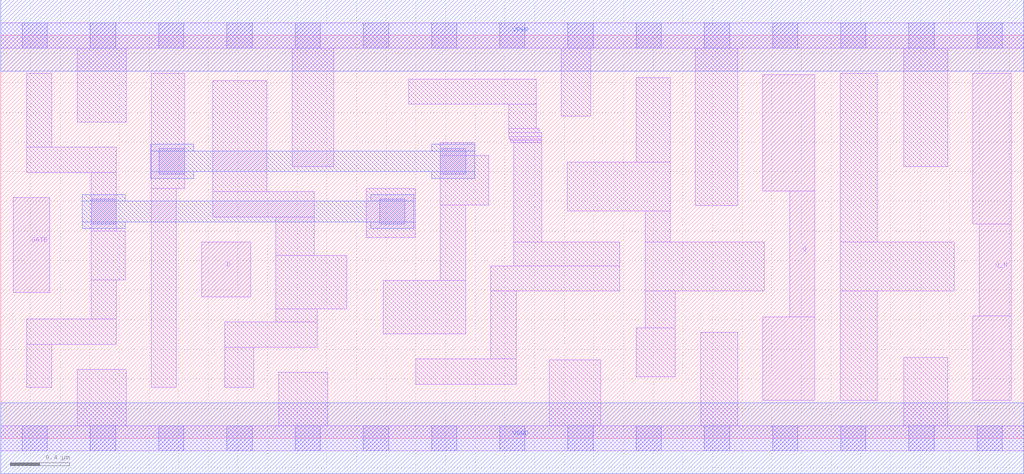
<source format=lef>
# Copyright 2020 The SkyWater PDK Authors
#
# Licensed under the Apache License, Version 2.0 (the "License");
# you may not use this file except in compliance with the License.
# You may obtain a copy of the License at
#
#     https://www.apache.org/licenses/LICENSE-2.0
#
# Unless required by applicable law or agreed to in writing, software
# distributed under the License is distributed on an "AS IS" BASIS,
# WITHOUT WARRANTIES OR CONDITIONS OF ANY KIND, either express or implied.
# See the License for the specific language governing permissions and
# limitations under the License.
#
# SPDX-License-Identifier: Apache-2.0

VERSION 5.7 ;
  NAMESCASESENSITIVE ON ;
  NOWIREEXTENSIONATPIN ON ;
  DIVIDERCHAR "/" ;
  BUSBITCHARS "[]" ;
UNITS
  DATABASE MICRONS 200 ;
END UNITS
MACRO sky130_fd_sc_hd__dlxbp_1
  CLASS CORE ;
  SOURCE USER ;
  FOREIGN sky130_fd_sc_hd__dlxbp_1 ;
  ORIGIN  0.000000  0.000000 ;
  SIZE  6.900000 BY  2.720000 ;
  SYMMETRY X Y R90 ;
  SITE unithd ;
  PIN D
    ANTENNAGATEAREA  0.159000 ;
    DIRECTION INPUT ;
    USE SIGNAL ;
    PORT
      LAYER li1 ;
        RECT 1.355000 0.955000 1.685000 1.325000 ;
    END
  END D
  PIN Q
    ANTENNADIFFAREA  0.429000 ;
    DIRECTION OUTPUT ;
    USE SIGNAL ;
    PORT
      LAYER li1 ;
        RECT 5.140000 0.255000 5.490000 0.820000 ;
        RECT 5.140000 1.670000 5.490000 2.455000 ;
        RECT 5.320000 0.820000 5.490000 1.670000 ;
    END
  END Q
  PIN Q_N
    ANTENNADIFFAREA  0.429000 ;
    DIRECTION OUTPUT ;
    USE SIGNAL ;
    PORT
      LAYER li1 ;
        RECT 6.555000 0.255000 6.815000 0.825000 ;
        RECT 6.555000 1.445000 6.815000 2.465000 ;
        RECT 6.600000 0.825000 6.815000 1.445000 ;
    END
  END Q_N
  PIN GATE
    ANTENNAGATEAREA  0.159000 ;
    DIRECTION INPUT ;
    USE CLOCK ;
    PORT
      LAYER li1 ;
        RECT 0.085000 0.985000 0.330000 1.625000 ;
    END
  END GATE
  PIN VGND
    DIRECTION INOUT ;
    SHAPE ABUTMENT ;
    USE GROUND ;
    PORT
      LAYER met1 ;
        RECT 0.000000 -0.240000 6.900000 0.240000 ;
    END
  END VGND
  PIN VPWR
    DIRECTION INOUT ;
    SHAPE ABUTMENT ;
    USE POWER ;
    PORT
      LAYER met1 ;
        RECT 0.000000 2.480000 6.900000 2.960000 ;
    END
  END VPWR
  OBS
    LAYER li1 ;
      RECT 0.000000 -0.085000 6.900000 0.085000 ;
      RECT 0.000000  2.635000 6.900000 2.805000 ;
      RECT 0.175000  0.345000 0.345000 0.635000 ;
      RECT 0.175000  0.635000 0.780000 0.805000 ;
      RECT 0.175000  1.795000 0.780000 1.965000 ;
      RECT 0.175000  1.965000 0.345000 2.465000 ;
      RECT 0.515000  0.085000 0.845000 0.465000 ;
      RECT 0.515000  2.135000 0.845000 2.635000 ;
      RECT 0.610000  0.805000 0.780000 1.070000 ;
      RECT 0.610000  1.070000 0.840000 1.400000 ;
      RECT 0.610000  1.400000 0.780000 1.795000 ;
      RECT 1.015000  0.345000 1.185000 1.685000 ;
      RECT 1.015000  1.685000 1.240000 2.465000 ;
      RECT 1.430000  1.495000 2.115000 1.665000 ;
      RECT 1.430000  1.665000 1.795000 2.415000 ;
      RECT 1.510000  0.345000 1.705000 0.615000 ;
      RECT 1.510000  0.615000 2.135000 0.785000 ;
      RECT 1.855000  0.785000 2.135000 0.875000 ;
      RECT 1.855000  0.875000 2.335000 1.235000 ;
      RECT 1.855000  1.235000 2.115000 1.495000 ;
      RECT 1.875000  0.085000 2.205000 0.445000 ;
      RECT 1.965000  1.835000 2.245000 2.635000 ;
      RECT 2.465000  1.355000 2.795000 1.685000 ;
      RECT 2.580000  0.705000 3.135000 1.065000 ;
      RECT 2.750000  2.255000 3.610000 2.425000 ;
      RECT 2.800000  0.365000 3.475000 0.535000 ;
      RECT 2.965000  1.065000 3.135000 1.575000 ;
      RECT 2.965000  1.575000 3.290000 1.910000 ;
      RECT 2.965000  1.910000 3.195000 1.995000 ;
      RECT 3.305000  0.535000 3.475000 0.995000 ;
      RECT 3.305000  0.995000 4.175000 1.165000 ;
      RECT 3.425000  2.035000 3.650000 2.065000 ;
      RECT 3.425000  2.065000 3.630000 2.090000 ;
      RECT 3.425000  2.090000 3.610000 2.255000 ;
      RECT 3.430000  2.020000 3.650000 2.035000 ;
      RECT 3.435000  2.010000 3.650000 2.020000 ;
      RECT 3.440000  1.995000 3.650000 2.010000 ;
      RECT 3.460000  1.165000 4.175000 1.325000 ;
      RECT 3.460000  1.325000 3.650000 1.995000 ;
      RECT 3.700000  0.085000 4.045000 0.530000 ;
      RECT 3.780000  2.175000 3.980000 2.635000 ;
      RECT 3.820000  1.535000 4.515000 1.865000 ;
      RECT 4.285000  0.415000 4.550000 0.745000 ;
      RECT 4.285000  1.865000 4.515000 2.435000 ;
      RECT 4.345000  0.745000 4.550000 0.995000 ;
      RECT 4.345000  0.995000 5.150000 1.325000 ;
      RECT 4.345000  1.325000 4.515000 1.535000 ;
      RECT 4.685000  1.570000 4.970000 2.635000 ;
      RECT 4.720000  0.085000 4.970000 0.715000 ;
      RECT 5.660000  0.255000 5.910000 0.995000 ;
      RECT 5.660000  0.995000 6.430000 1.325000 ;
      RECT 5.660000  1.325000 5.910000 2.465000 ;
      RECT 6.090000  0.085000 6.385000 0.545000 ;
      RECT 6.090000  1.835000 6.385000 2.635000 ;
    LAYER mcon ;
      RECT 0.145000 -0.085000 0.315000 0.085000 ;
      RECT 0.145000  2.635000 0.315000 2.805000 ;
      RECT 0.605000 -0.085000 0.775000 0.085000 ;
      RECT 0.605000  2.635000 0.775000 2.805000 ;
      RECT 0.610000  1.445000 0.780000 1.615000 ;
      RECT 1.065000 -0.085000 1.235000 0.085000 ;
      RECT 1.065000  2.635000 1.235000 2.805000 ;
      RECT 1.070000  1.785000 1.240000 1.955000 ;
      RECT 1.525000 -0.085000 1.695000 0.085000 ;
      RECT 1.525000  2.635000 1.695000 2.805000 ;
      RECT 1.985000 -0.085000 2.155000 0.085000 ;
      RECT 1.985000  2.635000 2.155000 2.805000 ;
      RECT 2.445000 -0.085000 2.615000 0.085000 ;
      RECT 2.445000  2.635000 2.615000 2.805000 ;
      RECT 2.555000  1.445000 2.725000 1.615000 ;
      RECT 2.905000 -0.085000 3.075000 0.085000 ;
      RECT 2.905000  2.635000 3.075000 2.805000 ;
      RECT 2.965000  1.785000 3.135000 1.955000 ;
      RECT 3.365000 -0.085000 3.535000 0.085000 ;
      RECT 3.365000  2.635000 3.535000 2.805000 ;
      RECT 3.825000 -0.085000 3.995000 0.085000 ;
      RECT 3.825000  2.635000 3.995000 2.805000 ;
      RECT 4.285000 -0.085000 4.455000 0.085000 ;
      RECT 4.285000  2.635000 4.455000 2.805000 ;
      RECT 4.745000 -0.085000 4.915000 0.085000 ;
      RECT 4.745000  2.635000 4.915000 2.805000 ;
      RECT 5.205000 -0.085000 5.375000 0.085000 ;
      RECT 5.205000  2.635000 5.375000 2.805000 ;
      RECT 5.665000 -0.085000 5.835000 0.085000 ;
      RECT 5.665000  2.635000 5.835000 2.805000 ;
      RECT 6.125000 -0.085000 6.295000 0.085000 ;
      RECT 6.125000  2.635000 6.295000 2.805000 ;
      RECT 6.585000 -0.085000 6.755000 0.085000 ;
      RECT 6.585000  2.635000 6.755000 2.805000 ;
    LAYER met1 ;
      RECT 0.550000 1.415000 0.840000 1.460000 ;
      RECT 0.550000 1.460000 2.785000 1.600000 ;
      RECT 0.550000 1.600000 0.840000 1.645000 ;
      RECT 1.010000 1.755000 1.300000 1.800000 ;
      RECT 1.010000 1.800000 3.195000 1.940000 ;
      RECT 1.010000 1.940000 1.300000 1.985000 ;
      RECT 2.495000 1.415000 2.785000 1.460000 ;
      RECT 2.495000 1.600000 2.785000 1.645000 ;
      RECT 2.905000 1.755000 3.195000 1.800000 ;
      RECT 2.905000 1.940000 3.195000 1.985000 ;
  END
END sky130_fd_sc_hd__dlxbp_1
END LIBRARY

</source>
